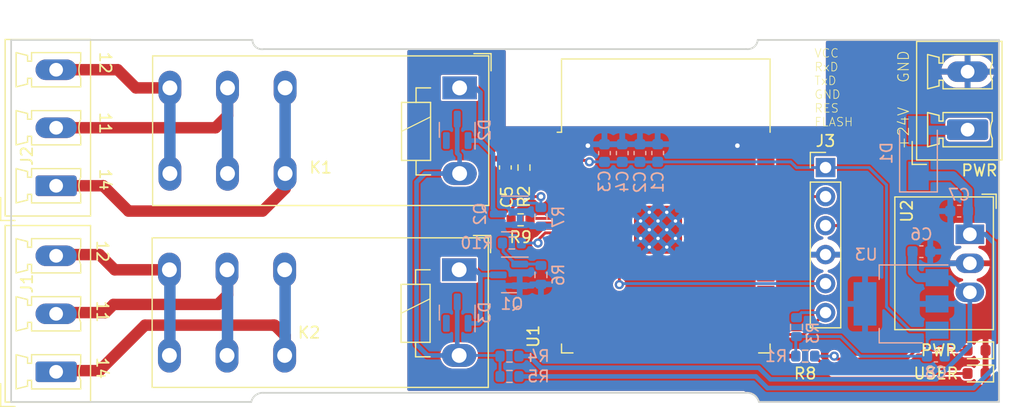
<source format=kicad_pcb>
(kicad_pcb (version 20211014) (generator pcbnew)
  (layers (0 "F.Cu" signal) (31 "B.Cu" signal) (34 "B.Paste" user) (35 "F.Paste" user) (36 "B.SilkS" user "B.Silkscreen") (37 "F.SilkS" user "F.Silkscreen") (38 "B.Mask" user) (39 "F.Mask" user) (44 "Edge.Cuts" user))
  (net 0 "")
  (net 1 "GND")
  (net 2 "/RST")
  (net 3 "/IO01")
  (net 4 "/IO03")
  (net 5 "/IO0")
  (net 6 "Net-(J1-Pad1)")
  (net 7 "Net-(J1-Pad2)")
  (net 8 "Net-(J1-Pad3)")
  (net 9 "Net-(J2-Pad1)")
  (net 10 "Net-(J2-Pad2)")
  (net 11 "Net-(J2-Pad3)")
  (net 12 "+3.3V")
  (net 40 "Net-(D1-Pad2)")
  (net 41 "Net-(D2-Pad1)")
  (net 43 "Vdrive")
  (net 44 "Net-(D3-Pad1)")
  (net 46 "Net-(Q1-Pad1)")
  (net 47 "Net-(Q2-Pad1)")
  (net 48 "+5V")
  (net 49 "+24V")
  (net 50 "Net-(D4-Pad2)")
  (net 51 "Net-(D5-Pad2)")
  (net 52 "/IO_02")
  (net 53 "/IO34_K1")
  (net 54 "/IO35_K2")
  (footprint "Resistor_SMD:R_0603_1608Metric" (layer "F.Cu") (at 174.752 116.84)
    (fp_text reference "R8" (at 0 1.524) (layer "F.SilkS"))
    (fp_text value "470R")
    (pad "1" smd roundrect (at -0.825 0) (size 0.8 0.95) (layers "F.Cu" "F.Paste" "F.Mask") (net 52 "/IO_02"))
    (pad "2" smd roundrect (at 0.825 0) (size 0.8 0.95) (layers "F.Cu" "F.Paste" "F.Mask") (net 51 "Net-(D5-Pad2)"))
  )
  (footprint "Relay_THT:Relay_SPDT_Schrack-RT1-16A-FormC_RM5mm" (layer "F.Cu") (at 144.484 109.28 180)
    (fp_text reference "K2" (at 13.124 -5.500709) (layer "F.SilkS"))
    (fp_text value "RT314A12")
    (pad "11" thru_hole oval (at 20.3 -7.5) (size 2 3) (drill 1.3) (layers *.Cu *.Mask) (net 7 "Net-(J1-Pad2)"))
    (pad "11" thru_hole oval (at 20.3 0) (size 2 3) (drill 1.3) (layers *.Cu *.Mask) (net 7 "Net-(J1-Pad2)"))
    (pad "12" thru_hole oval (at 15.26 0) (size 2 3) (drill 1.3) (layers *.Cu *.Mask) (net 6 "Net-(J1-Pad1)"))
    (pad "12" thru_hole oval (at 15.26 -7.5) (size 2 3) (drill 1.3) (layers *.Cu *.Mask) (net 6 "Net-(J1-Pad1)"))
    (pad "14" thru_hole oval (at 25.34 -7.5) (size 2 3) (drill 1.3) (layers *.Cu *.Mask) (net 8 "Net-(J1-Pad3)"))
    (pad "14" thru_hole oval (at 25.34 0) (size 2 3) (drill 1.3) (layers *.Cu *.Mask) (net 8 "Net-(J1-Pad3)"))
    (pad "A1" thru_hole rect (at 0 0) (size 3 2) (drill 1.3) (layers *.Cu *.Mask) (net 44 "Net-(D3-Pad1)"))
    (pad "A2" thru_hole oval (at 0 -7.5) (size 3 2) (drill 1.3) (layers *.Cu *.Mask) (net 43 "Vdrive"))
  )
  (footprint "Connector_PinHeader_2.54mm:PinHeader_1x06_P2.54mm_Vertical" (layer "F.Cu") (at 176.53 100.33)
    (fp_text reference "J3" (at 0 -2.33) (layer "F.SilkS"))
    (fp_text value "Conn_01x06")
    (pad "1" thru_hole rect (at 0 0) (size 1.7 1.7) (drill 1) (layers *.Cu *.Mask) (net 12 "+3.3V"))
    (pad "2" thru_hole oval (at 0 2.54) (size 1.7 1.7) (drill 1) (layers *.Cu *.Mask) (net 4 "/IO03"))
    (pad "3" thru_hole oval (at 0 5.08) (size 1.7 1.7) (drill 1) (layers *.Cu *.Mask) (net 3 "/IO01"))
    (pad "4" thru_hole oval (at 0 7.62) (size 1.7 1.7) (drill 1) (layers *.Cu *.Mask) (net 1 "GND"))
    (pad "5" thru_hole oval (at 0 10.16) (size 1.7 1.7) (drill 1) (layers *.Cu *.Mask) (net 2 "/RST"))
    (pad "6" thru_hole oval (at 0 12.7) (size 1.7 1.7) (drill 1) (layers *.Cu *.Mask) (net 5 "/IO0"))
  )
  (footprint "Connector_Phoenix_MC_HighVoltage:PhoenixContact_MCV_1,5_2-G-5.08_1x02_P5.08mm_Vertical" (layer "F.Cu") (at 188.9565 97.0105 90)
    (fp_text reference "PWR" (at -3.5735 1.0355 180) (layer "F.SilkS"))
    (fp_text value "Conn_01x02")
    (pad "1" thru_hole roundrect (at 0 0 90) (size 1.8 3.6) (drill 1.2) (layers *.Cu *.Mask) (roundrect_rratio 0.1388888889) (net 40 "Net-(D1-Pad2)"))
    (pad "2" thru_hole oval (at 5.08 0 90) (size 1.8 3.6) (drill 1.2) (layers *.Cu *.Mask) (net 1 "GND"))
  )
  (footprint "LED_SMD:LED_0603_1608Metric" (layer "F.Cu") (at 189.738 118.364 180)
    (fp_text reference "USER" (at 3.556 0) (layer "F.SilkS"))
    (fp_text value "blue")
    (pad "1" smd roundrect (at -0.7875 0 180) (size 0.875 0.95) (layers "F.Cu" "F.Paste" "F.Mask") (net 1 "GND"))
    (pad "2" smd roundrect (at 0.7875 0 180) (size 0.875 0.95) (layers "F.Cu" "F.Paste" "F.Mask") (net 51 "Net-(D5-Pad2)"))
  )
  (footprint "Capacitor_SMD:C_0603_1608Metric" (layer "F.Cu") (at 148.526576 100.319583 90)
    (fp_text reference "C5" (at -2.592425 0.136444 90) (layer "F.SilkS"))
    (fp_text value "100nF")
    (pad "1" smd roundrect (at -0.775 0 90) (size 0.9 0.95) (layers "F.Cu" "F.Paste" "F.Mask") (net 2 "/RST"))
    (pad "2" smd roundrect (at 0.775 0 90) (size 0.9 0.95) (layers "F.Cu" "F.Paste" "F.Mask") (net 1 "GND"))
  )
  (footprint "Resistor_SMD:R_0603_1608Metric" (layer "F.Cu") (at 150.156 100.33 -90)
    (fp_text reference "R2" (at 2.54 0 90) (layer "F.SilkS"))
    (fp_text value "10k")
    (pad "1" smd roundrect (at -0.825 0 270) (size 0.8 0.95) (layers "F.Cu" "F.Paste" "F.Mask") (net 12 "+3.3V"))
    (pad "2" smd roundrect (at 0.825 0 270) (size 0.8 0.95) (layers "F.Cu" "F.Paste" "F.Mask") (net 2 "/RST"))
  )
  (footprint "RF_Module:ESP32-WROOM-32" (layer "F.Cu") (at 162.56 106.68)
    (fp_text reference "U1" (at -11.584 8.43 90) (layer "F.SilkS"))
    (fp_text value "ESP32-WROOM-32D")
    (pad "1" smd rect (at -8.75 -8.25) (size 1.5 0.9) (layers "F.Cu" "F.Paste" "F.Mask") (net 1 "GND"))
    (pad "2" smd rect (at -8.75 -6.98) (size 1.5 0.9) (layers "F.Cu" "F.Paste" "F.Mask") (net 12 "+3.3V"))
    (pad "3" smd rect (at -8.75 -5.71) (size 1.5 0.9) (layers "F.Cu" "F.Paste" "F.Mask") (net 2 "/RST"))
    (pad "4" smd rect (at -8.75 -4.44) (size 1.5 0.9) (layers "F.Cu" "F.Paste" "F.Mask"))
    (pad "5" smd rect (at -8.75 -3.17) (size 1.5 0.9) (layers "F.Cu" "F.Paste" "F.Mask"))
    (pad "6" smd rect (at -8.75 -1.9) (size 1.5 0.9) (layers "F.Cu" "F.Paste" "F.Mask") (net 53 "/IO34_K1"))
    (pad "7" smd rect (at -8.75 -0.63) (size 1.5 0.9) (layers "F.Cu" "F.Paste" "F.Mask") (net 54 "/IO35_K2"))
    (pad "8" smd rect (at -8.75 0.64) (size 1.5 0.9) (layers "F.Cu" "F.Paste" "F.Mask"))
    (pad "9" smd rect (at -8.75 1.91) (size 1.5 0.9) (layers "F.Cu" "F.Paste" "F.Mask"))
    (pad "10" smd rect (at -8.75 3.18) (size 1.5 0.9) (layers "F.Cu" "F.Paste" "F.Mask"))
    (pad "11" smd rect (at -8.75 4.45) (size 1.5 0.9) (layers "F.Cu" "F.Paste" "F.Mask"))
    (pad "12" smd rect (at -8.75 5.72) (size 1.5 0.9) (layers "F.Cu" "F.Paste" "F.Mask"))
    (pad "13" smd rect (at -8.75 6.99) (size 1.5 0.9) (layers "F.Cu" "F.Paste" "F.Mask"))
    (pad "14" smd rect (at -8.75 8.26) (size 1.5 0.9) (layers "F.Cu" "F.Paste" "F.Mask"))
    (pad "15" smd rect (at -5.71 9.51 90) (size 1.5 0.9) (layers "F.Cu" "F.Paste" "F.Mask") (net 1 "GND"))
    (pad "16" smd rect (at -4.44 9.51 90) (size 1.5 0.9) (layers "F.Cu" "F.Paste" "F.Mask"))
    (pad "17" smd rect (at -3.17 9.51 90) (size 1.5 0.9) (layers "F.Cu" "F.Paste" "F.Mask"))
    (pad "18" smd rect (at -1.9 9.51 90) (size 1.5 0.9) (layers "F.Cu" "F.Paste" "F.Mask"))
    (pad "19" smd rect (at -0.63 9.51 90) (size 1.5 0.9) (layers "F.Cu" "F.Paste" "F.Mask"))
    (pad "20" smd rect (at 0.64 9.51 90) (size 1.5 0.9) (layers "F.Cu" "F.Paste" "F.Mask"))
    (pad "21" smd rect (at 1.91 9.51 90) (size 1.5 0.9) (layers "F.Cu" "F.Paste" "F.Mask"))
    (pad "22" smd rect (at 3.18 9.51 90) (size 1.5 0.9) (layers "F.Cu" "F.Paste" "F.Mask"))
    (pad "23" smd rect (at 4.45 9.51 90) (size 1.5 0.9) (layers "F.Cu" "F.Paste" "F.Mask"))
    (pad "24" smd rect (at 5.72 9.51 90) (size 1.5 0.9) (layers "F.Cu" "F.Paste" "F.Mask") (net 52 "/IO_02"))
    (pad "25" smd rect (at 8.75 8.26) (size 1.5 0.9) (layers "F.Cu" "F.Paste" "F.Mask") (net 5 "/IO0"))
    (pad "26" smd rect (at 8.75 6.99) (size 1.5 0.9) (layers "F.Cu" "F.Paste" "F.Mask"))
    (pad "27" smd rect (at 8.75 5.72) (size 1.5 0.9) (layers "F.Cu" "F.Paste" "F.Mask"))
    (pad "28" smd rect (at 8.75 4.45) (size 1.5 0.9) (layers "F.Cu" "F.Paste" "F.Mask"))
    (pad "29" smd rect (at 8.75 3.18) (size 1.5 0.9) (layers "F.Cu" "F.Paste" "F.Mask"))
    (pad "30" smd rect (at 8.75 1.91) (size 1.5 0.9) (layers "F.Cu" "F.Paste" "F.Mask"))
    (pad "31" smd rect (at 8.75 0.64) (size 1.5 0.9) (layers "F.Cu" "F.Paste" "F.Mask"))
    (pad "32" smd rect (at 8.75 -0.63) (size 1.5 0.9) (layers "F.Cu" "F.Paste" "F.Mask"))
    (pad "33" smd rect (at 8.75 -1.9) (size 1.5 0.9) (layers "F.Cu" "F.Paste" "F.Mask"))
    (pad "34" smd rect (at 8.75 -3.17) (size 1.5 0.9) (layers "F.Cu" "F.Paste" "F.Mask") (net 4 "/IO03"))
    (pad "35" smd rect (at 8.75 -4.44) (size 1.5 0.9) (layers "F.Cu" "F.Paste" "F.Mask") (net 3 "/IO01"))
    (pad "36" smd rect (at 8.75 -5.71) (size 1.5 0.9) (layers "F.Cu" "F.Paste" "F.Mask"))
    (pad "37" smd rect (at 8.75 -6.98) (size 1.5 0.9) (layers "F.Cu" "F.Paste" "F.Mask"))
    (pad "38" smd rect (at 8.75 -8.25) (size 1.5 0.9) (layers "F.Cu" "F.Paste" "F.Mask") (net 1 "GND"))
    (pad "39" thru_hole circle (at 0.0825 0.615) (size 0.475 0.475) (drill 0.3) (layers *.Cu "F.Mask") (net 1 "GND"))
    (pad "39" thru_hole circle (at -1.4425 -0.91) (size 0.475 0.475) (drill 0.3) (layers *.Cu "F.Mask") (net 1 "GND"))
    (pad "39" thru_hole circle (at -1.4425 0.615) (size 0.475 0.475) (drill 0.3) (layers *.Cu "F.Mask") (net 1 "GND"))
    (pad "39" smd rect (at 0.845 -2.435) (size 1.05 1.05) (layers "F.Cu" "F.Paste") (net 1 "GND"))
    (pad "39" thru_hole circle (at -0.68 -1.6725) (size 0.475 0.475) (drill 0.3) (layers *.Cu "F.Mask") (net 1 "GND"))
    (pad "39" thru_hole circle (at -2.205 -0.1475) (size 0.475 0.475) (drill 0.3) (layers *.Cu "F.Mask") (net 1 "GND"))
    (pad "39" thru_hole circle (at 0.0825 -2.435) (size 0.475 0.475) (drill 0.3) (layers *.Cu "F.Mask") (net 1 "GND"))
    (pad "39" smd rect (at -0.68 0.615) (size 1.05 1.05) (layers "F.Cu" "F.Paste") (net 1 "GND"))
    (pad "39" smd rect (at -0.68 -0.91) (size 4.2 4.2) (layers "F.Cu" "F.Mask") (net 1 "GND"))
    (pad "39" smd rect (at -2.205 -0.91) (size 1.05 1.05) (layers "F.Cu" "F.Paste") (net 1 "GND"))
    (pad "39" smd rect (at 0.845 0.615) (size 1.05 1.05) (layers "F.Cu" "F.Paste") (net 1 "GND"))
    (pad "39" smd rect (at 0.845 -0.91) (size 1.05 1.05) (layers "F.Cu" "F.Paste") (net 1 "GND"))
    (pad "39" thru_hole circle (at -1.4425 -2.435) (size 0.475 0.475) (drill 0.3) (layers *.Cu "F.Mask") (net 1 "GND"))
    (pad "39" smd rect (at -0.68 -2.435) (size 1.05 1.05) (layers "F.Cu" "F.Paste") (net 1 "GND"))
    (pad "39" thru_hole circle (at -2.205 -1.6725) (size 0.475 0.475) (drill 0.3) (layers *.Cu "F.Mask") (net 1 "GND"))
    (pad "39" smd rect (at -0.68 -0.91) (size 1.05 1.05) (layers "F.Cu" "F.Paste") (net 1 "GND"))
    (pad "39" smd rect (at -2.205 -2.435) (size 1.05 1.05) (layers "F.Cu" "F.Paste") (net 1 "GND"))
    (pad "39" thru_hole circle (at -0.68 -0.1475) (size 0.475 0.475) (drill 0.3) (layers *.Cu "F.Mask") (net 1 "GND"))
    (pad "39" thru_hole circle (at 0.845 -1.6725) (size 0.475 0.475) (drill 0.3) (layers *.Cu "F.Mask") (net 1 "GND"))
    (pad "39" thru_hole circle (at 0.845 -0.1475) (size 0.475 0.475) (drill 0.3) (layers *.Cu "F.Mask") (net 1 "GND"))
    (pad "39" thru_hole circle (at 0.0825 -0.91) (size 0.475 0.475) (drill 0.3) (layers *.Cu "F.Mask") (net 1 "GND"))
    (pad "39" smd rect (at -2.205 0.615) (size 1.05 1.05) (layers "F.Cu" "F.Paste") (net 1 "GND"))
    (zone (net 0) (net_name "") (layers *.Cu) (connect_pads (clearance 0)) (min_thickness 0.254)
      (keepout (tracks not_allowed) (vias not_allowed) (pads not_allowed) (copperpour not_allowed) (footprints not_allowed))
      (fill (thermal_gap 0.508) (thermal_bridge_width 0.508))
      (polygon (pts (xy 148.56 96.71) (xy 176.56 96.71) (xy 176.56 85.93) (xy 148.56 85.93)))
    )
  )
  (footprint "Converter_DCDC:Converter_DCDC_RECOM_R-78B-2.0_THT" (layer "F.Cu") (at 189.1515 106.172 -90)
    (fp_text reference "U2" (at -2.032 5.5095 90) (layer "F.SilkS"))
    (fp_text value "R-78B5.0-2.0")
    (pad "1" thru_hole rect (at 0 0 270) (size 1.7 2.5) (drill 1.2) (layers *.Cu *.Mask) (net 49 "+24V"))
    (pad "2" thru_hole oval (at 2.54 0 270) (size 1.7 2.5) (drill 1.2) (layers *.Cu *.Mask) (net 1 "GND"))
    (pad "3" thru_hole oval (at 5.08 0 270) (size 1.7 2.5) (drill 1.2) (layers *.Cu *.Mask) (net 48 "+5V"))
  )
  (footprint "Connector_Phoenix_MC_HighVoltage:PhoenixContact_MCV_1,5_3-G-5.08_1x03_P5.08mm_Vertical" (layer "F.Cu") (at 109.237569 101.922173 90)
    (fp_text reference "J2" (at 2.608173 -2.557569 90) (layer "F.SilkS"))
    (fp_text value "Conn_01x03")
    (pad "1" thru_hole roundrect (at 0 0 90) (size 1.8 3.6) (drill 1.2) (layers *.Cu *.Mask) (roundrect_rratio 0.1388888889) (net 9 "Net-(J2-Pad1)"))
    (pad "2" thru_hole oval (at 5.08 0 90) (size 1.8 3.6) (drill 1.2) (layers *.Cu *.Mask) (net 10 "Net-(J2-Pad2)"))
    (pad "3" thru_hole oval (at 10.16 0 90) (size 1.8 3.6) (drill 1.2) (layers *.Cu *.Mask) (net 11 "Net-(J2-Pad3)"))
  )
  (footprint "Resistor_SMD:R_0603_1608Metric" (layer "F.Cu") (at 149.86 104.902)
    (fp_text reference "R9" (at 0 1.524) (layer "F.SilkS"))
    (fp_text value "100")
    (pad "1" smd roundrect (at -0.825 0) (size 0.8 0.95) (layers "F.Cu" "F.Paste" "F.Mask") (net 47 "Net-(Q2-Pad1)"))
    (pad "2" smd roundrect (at 0.825 0) (size 0.8 0.95) (layers "F.Cu" "F.Paste" "F.Mask") (net 53 "/IO34_K1"))
  )
  (footprint "LED_SMD:LED_0603_1608Metric" (layer "F.Cu") (at 189.738 116.332 180)
    (fp_text reference "PWR" (at 3.302 0) (layer "F.SilkS"))
    (fp_text value "green")
    (pad "1" smd roundrect (at -0.7875 0 180) (size 0.875 0.95) (layers "F.Cu" "F.Paste" "F.Mask") (net 1 "GND"))
    (pad "2" smd roundrect (at 0.7875 0 180) (size 0.875 0.95) (layers "F.Cu" "F.Paste" "F.Mask") (net 50 "Net-(D4-Pad2)"))
  )
  (footprint "Relay_THT:Relay_SPDT_Schrack-RT1-16A-FormC_RM5mm" (layer "F.Cu") (at 144.526 93.351519 180)
    (fp_text reference "K1" (at 12.15 -6.978481) (layer "F.SilkS"))
    (fp_text value "RT314A12")
    (pad "11" thru_hole oval (at 20.3 0) (size 2 3) (drill 1.3) (layers *.Cu *.Mask) (net 10 "Net-(J2-Pad2)"))
    (pad "11" thru_hole oval (at 20.3 -7.5) (size 2 3) (drill 1.3) (layers *.Cu *.Mask) (net 10 "Net-(J2-Pad2)"))
    (pad "12" thru_hole oval (at 15.26 -7.5) (size 2 3) (drill 1.3) (layers *.Cu *.Mask) (net 9 "Net-(J2-Pad1)"))
    (pad "12" thru_hole oval (at 15.26 0) (size 2 3) (drill 1.3) (layers *.Cu *.Mask) (net 9 "Net-(J2-Pad1)"))
    (pad "14" thru_hole oval (at 25.34 0) (size 2 3) (drill 1.3) (layers *.Cu *.Mask) (net 11 "Net-(J2-Pad3)"))
    (pad "14" thru_hole oval (at 25.34 -7.5) (size 2 3) (drill 1.3) (layers *.Cu *.Mask) (net 11 "Net-(J2-Pad3)"))
    (pad "A1" thru_hole rect (at 0 0) (size 3 2) (drill 1.3) (layers *.Cu *.Mask) (net 41 "Net-(D2-Pad1)"))
    (pad "A2" thru_hole oval (at 0 -7.5) (size 3 2) (drill 1.3) (layers *.Cu *.Mask) (net 43 "Vdrive"))
  )
  (footprint "Connector_Phoenix_MC_HighVoltage:PhoenixContact_MCV_1,5_3-G-5.08_1x03_P5.08mm_Vertical" (layer "F.Cu") (at 109.237569 118.214026 90)
    (fp_text reference "J1" (at 7.724026 -2.557569 90) (layer "F.SilkS"))
    (fp_text value "Conn_01x03")
    (pad "1" thru_hole roundrect (at 0 0 90) (size 1.8 3.6) (drill 1.2) (layers *.Cu *.Mask) (roundrect_rratio 0.1388888889) (net 6 "Net-(J1-Pad1)"))
    (pad "2" thru_hole oval (at 5.08 0 90) (size 1.8 3.6) (drill 1.2) (layers *.Cu *.Mask) (net 7 "Net-(J1-Pad2)"))
    (pad "3" thru_hole oval (at 10.16 0 90) (size 1.8 3.6) (drill 1.2) (layers *.Cu *.Mask) (net 8 "Net-(J1-Pad3)"))
  )
  (footprint "Resistor_SMD:R_0603_1608Metric" (layer "B.Cu") (at 148.886 116.84 180)
    (fp_text reference "R4" (at -2.54 0) (layer "B.SilkS") (effects (justify mirror)))
    (fp_text value "0R0")
    (pad "1" smd roundrect (at -0.825 0 180) (size 0.8 0.95) (layers "B.Cu" "B.Paste" "B.Mask") (net 48 "+5V"))
    (pad "2" smd roundrect (at 0.825 0 180) (size 0.8 0.95) (layers "B.Cu" "B.Paste" "B.Mask") (net 43 "Vdrive"))
  )
  (footprint "Resistor_SMD:R_0603_1608Metric" (layer "B.Cu") (at 148.886 118.618 180)
    (fp_text reference "R5" (at -2.54 0) (layer "B.SilkS") (effects (justify mirror)))
    (fp_text value "N.P.")
    (pad "1" smd roundrect (at -0.825 0 180) (size 0.8 0.95) (layers "B.Cu" "B.Paste" "B.Mask") (net 49 "+24V"))
    (pad "2" smd roundrect (at 0.825 0 180) (size 0.8 0.95) (layers "B.Cu" "B.Paste" "B.Mask") (net 43 "Vdrive"))
  )
  (footprint "Package_TO_SOT_SMD:SOT-223-3_TabPin2" (layer "B.Cu") (at 183.134 112.268 180)
    (fp_text reference "U3" (at 3.048 4.318) (layer "B.SilkS") (effects (justify mirror)))
    (fp_text value "LT1129-3.3_SOT223")
    (pad "1" smd rect (at -3.15 2.3 180) (size 2 1.5) (layers "B.Cu" "B.Paste" "B.Mask") (net 48 "+5V"))
    (pad "2" smd rect (at -3.15 0 180) (size 2 1.5) (layers "B.Cu" "B.Paste" "B.Mask") (net 1 "GND"))
    (pad "2" smd rect (at 3.15 0 180) (size 2 3.8) (layers "B.Cu" "B.Paste" "B.Mask") (net 1 "GND"))
    (pad "3" smd rect (at -3.15 -2.3 180) (size 2 1.5) (layers "B.Cu" "B.Paste" "B.Mask") (net 12 "+3.3V"))
  )
  (footprint "Package_TO_SOT_SMD:SOT-23" (layer "B.Cu") (at 144.314 113.03 90)
    (fp_text reference "D3" (at 0 2.4 90) (layer "B.SilkS") (effects (justify mirror)))
    (fp_text value "BAS21")
    (pad "1" smd roundrect (at -0.9375 0.95 90) (size 1.475 0.6) (layers "B.Cu" "B.Paste" "B.Mask") (net 44 "Net-(D3-Pad1)"))
    (pad "2" smd roundrect (at -0.9375 -0.95 90) (size 1.475 0.6) (layers "B.Cu" "B.Paste" "B.Mask"))
    (pad "3" smd roundrect (at 0.9375 0 90) (size 1.475 0.6) (layers "B.Cu" "B.Paste" "B.Mask") (net 43 "Vdrive"))
  )
  (footprint "Package_TO_SOT_SMD:SOT-23" (layer "B.Cu") (at 148.844 109.728 180)
    (fp_text reference "Q1" (at -0.254 -2.54 180) (layer "B.SilkS") (effects (justify mirror)))
    (fp_text value "BSS123")
    (pad "1" smd roundrect (at -0.9375 0.95 180) (size 1.475 0.6) (layers "B.Cu" "B.Paste" "B.Mask") (net 46 "Net-(Q1-Pad1)"))
    (pad "2" smd roundrect (at -0.9375 -0.95 180) (size 1.475 0.6) (layers "B.Cu" "B.Paste" "B.Mask") (net 1 "GND"))
    (pad "3" smd roundrect (at 0.9375 0 180) (size 1.475 0.6) (layers "B.Cu" "B.Paste" "B.Mask") (net 44 "Net-(D3-Pad1)"))
  )
  (footprint "Resistor_SMD:R_0603_1608Metric" (layer "B.Cu") (at 151.638 104.648 -90)
    (fp_text reference "R7" (at 0 -1.524 90) (layer "B.SilkS") (effects (justify mirror)))
    (fp_text value "100k")
    (pad "1" smd roundrect (at -0.825 0 270) (size 0.8 0.95) (layers "B.Cu" "B.Paste" "B.Mask") (net 47 "Net-(Q2-Pad1)"))
    (pad "2" smd roundrect (at 0.825 0 270) (size 0.8 0.95) (layers "B.Cu" "B.Paste" "B.Mask") (net 1 "GND"))
  )
  (footprint "Resistor_SMD:R_0603_1608Metric" (layer "B.Cu") (at 149.098 106.934)
    (fp_text reference "R10" (at -3.048 0) (layer "B.SilkS") (effects (justify mirror)))
    (fp_text value "100")
    (pad "1" smd roundrect (at -0.825 0) (size 0.8 0.95) (layers "B.Cu" "B.Paste" "B.Mask") (net 46 "Net-(Q1-Pad1)"))
    (pad "2" smd roundrect (at 0.825 0) (size 0.8 0.95) (layers "B.Cu" "B.Paste" "B.Mask") (net 54 "/IO35_K2"))
  )
  (footprint "Capacitor_SMD:C_0603_1608Metric" (layer "B.Cu") (at 160.296049 99.06 90)
    (fp_text reference "C2" (at -2.54 0 90) (layer "B.SilkS") (effects (justify mirror)))
    (fp_text value "100nF")
    (pad "1" smd roundrect (at -0.775 0 90) (size 0.9 0.95) (layers "B.Cu" "B.Paste" "B.Mask") (net 12 "+3.3V"))
    (pad "2" smd roundrect (at 0.775 0 90) (size 0.9 0.95) (layers "B.Cu" "B.Paste" "B.Mask") (net 1 "GND"))
  )
  (footprint "Capacitor_SMD:C_0603_1608Metric" (layer "B.Cu") (at 161.849352 99.056527 90)
    (fp_text reference "C1" (at -2.54 0 90) (layer "B.SilkS") (effects (justify mirror)))
    (fp_text value "100nF")
    (pad "1" smd roundrect (at -0.775 0 90) (size 0.9 0.95) (layers "B.Cu" "B.Paste" "B.Mask") (net 12 "+3.3V"))
    (pad "2" smd roundrect (at 0.775 0 90) (size 0.9 0.95) (layers "B.Cu" "B.Paste" "B.Mask") (net 1 "GND"))
  )
  (footprint "Capacitor_SMD:C_0603_1608Metric" (layer "B.Cu") (at 188.214 104.14 180)
    (fp_text reference "C7" (at 0 1.43) (layer "B.SilkS") (effects (justify mirror)))
    (fp_text value "100nF/50V")
    (pad "1" smd roundrect (at -0.775 0 180) (size 0.9 0.95) (layers "B.Cu" "B.Paste" "B.Mask") (net 49 "+24V"))
    (pad "2" smd roundrect (at 0.775 0 180) (size 0.9 0.95) (layers "B.Cu" "B.Paste" "B.Mask") (net 1 "GND"))
  )
  (footprint "Diode_SMD:D_SMA" (layer "B.Cu") (at 184.658 99.06 90)
    (fp_text reference "D1" (at 0 -2.794 90) (layer "B.SilkS") (effects (justify mirror)))
    (fp_text value "ES1D")
    (pad "1" smd rect (at -2 0 90) (size 2.5 1.8) (layers "B.Cu" "B.Paste" "B.Mask") (net 49 "+24V"))
    (pad "2" smd rect (at 2 0 90) (size 2.5 1.8) (layers "B.Cu" "B.Paste" "B.Mask") (net 40 "Net-(D1-Pad2)"))
  )
  (footprint "Package_TO_SOT_SMD:SOT-23" (layer "B.Cu") (at 144.314 97.028 90)
    (fp_text reference "D2" (at 0 2.4 90) (layer "B.SilkS") (effects (justify mirror)))
    (fp_text value "BAS21")
    (pad "1" smd roundrect (at -0.9375 0.95 90) (size 1.475 0.6) (layers "B.Cu" "B.Paste" "B.Mask") (net 41 "Net-(D2-Pad1)"))
    (pad "2" smd roundrect (at -0.9375 -0.95 90) (size 1.475 0.6) (layers "B.Cu" "B.Paste" "B.Mask"))
    (pad "3" smd roundrect (at 0.9375 0 90) (size 1.475 0.6) (layers "B.Cu" "B.Paste" "B.Mask") (net 43 "Vdrive"))
  )
  (footprint "Package_TO_SOT_SMD:SOT-23" (layer "B.Cu") (at 148.844 104.394 180)
    (fp_text reference "Q2" (at 2.54 0 90) (layer "B.SilkS") (effects (justify mirror)))
    (fp_text value "BSS123")
    (pad "1" smd roundrect (at -0.9375 0.95 180) (size 1.475 0.6) (layers "B.Cu" "B.Paste" "B.Mask") (net 47 "Net-(Q2-Pad1)"))
    (pad "2" smd roundrect (at -0.9375 -0.95 180) (size 1.475 0.6) (layers "B.Cu" "B.Paste" "B.Mask") (net 1 "GND"))
    (pad "3" smd roundrect (at 0.9375 0 180) (size 1.475 0.6) (layers "B.Cu" "B.Paste" "B.Mask") (net 41 "Net-(D2-Pad1)"))
  )
  (footprint "Capacitor_SMD:C_0603_1608Metric" (layer "B.Cu") (at 158.75 99.06 90)
    (fp_text reference "C4" (at -2.492937 0.026848 270) (layer "B.SilkS") (effects (justify mirror)))
    (fp_text value "1µF")
    (pad "1" smd roundrect (at -0.775 0 90) (size 0.9 0.95) (layers "B.Cu" "B.Paste" "B.Mask") (net 12 "+3.3V"))
    (pad "2" smd roundrect (at 0.775 0 90) (size 0.9 0.95) (layers "B.Cu" "B.Paste" "B.Mask") (net 1 "GND"))
  )
  (footprint "Capacitor_SMD:C_0603_1608Metric" (layer "B.Cu") (at 157.19668 99.063473 90)
    (fp_text reference "C3" (at -2.462616 0.006961 270) (layer "B.SilkS") (effects (justify mirror)))
    (fp_text value "1µF")
    (pad "1" smd roundrect (at -0.775 0 90) (size 0.9 0.95) (layers "B.Cu" "B.Paste" "B.Mask") (net 12 "+3.3V"))
    (pad "2" smd roundrect (at 0.775 0 90) (size 0.9 0.95) (layers "B.Cu" "B.Paste" "B.Mask") (net 1 "GND"))
  )
  (footprint "Resistor_SMD:R_0603_1608Metric" (layer "B.Cu") (at 174.752 116.84)
    (fp_text reference "R1" (at -2.54 0) (layer "B.SilkS") (effects (justify mirror)))
    (fp_text value "470R")
    (pad "1" smd roundrect (at -0.825 0) (size 0.8 0.95) (layers "B.Cu" "B.Paste" "B.Mask") (net 12 "+3.3V"))
    (pad "2" smd roundrect (at 0.825 0) (size 0.8 0.95) (layers "B.Cu" "B.Paste" "B.Mask") (net 50 "Net-(D4-Pad2)"))
  )
  (footprint "Capacitor_SMD:C_0603_1608Metric" (layer "B.Cu") (at 186.182 116.84)
    (fp_text reference "C8" (at 0 1.43) (layer "B.SilkS") (effects (justify mirror)))
    (fp_text value "4,7µF/6,3V")
    (pad "1" smd roundrect (at -0.775 0) (size 0.9 0.95) (layers "B.Cu" "B.Paste" "B.Mask") (net 12 "+3.3V"))
    (pad "2" smd roundrect (at 0.775 0) (size 0.9 0.95) (layers "B.Cu" "B.Paste" "B.Mask") (net 1 "GND"))
  )
  (footprint "Resistor_SMD:R_0603_1608Metric" (layer "B.Cu") (at 151.638 109.728 -90)
    (fp_text reference "R6" (at 0 -1.524 90) (layer "B.SilkS") (effects (justify mirror)))
    (fp_text value "100k")
    (pad "1" smd roundrect (at -0.825 0 270) (size 0.8 0.95) (layers "B.Cu" "B.Paste" "B.Mask") (net 46 "Net-(Q1-Pad1)"))
    (pad "2" smd roundrect (at 0.825 0 270) (size 0.8 0.95) (layers "B.Cu" "B.Paste" "B.Mask") (net 1 "GND"))
  )
  (footprint "Capacitor_SMD:C_0603_1608Metric" (layer "B.Cu") (at 184.912 107.696)
    (fp_text reference "C6" (at 0 -1.524) (layer "B.SilkS") (effects (justify mirror)))
    (fp_text value "10µF/6,3V")
    (pad "1" smd roundrect (at -0.775 0) (size 0.9 0.95) (layers "B.Cu" "B.Paste" "B.Mask") (net 48 "+5V"))
    (pad "2" smd roundrect (at 0.775 0) (size 0.9 0.95) (layers "B.Cu" "B.Paste" "B.Mask") (net 1 "GND"))
  )
  (footprint "Resistor_SMD:R_0603_1608Metric" (layer "B.Cu") (at 173.99 114.3 90)
    (fp_text reference "R3" (at -0.508 1.43 90) (layer "B.SilkS") (effects (justify mirror)))
    (fp_text value "10k")
    (pad "1" smd roundrect (at -0.825 0 90) (size 0.8 0.95) (layers "B.Cu" "B.Paste" "B.Mask") (net 12 "+3.3V"))
    (pad "2" smd roundrect (at 0.825 0 90) (size 0.8 0.95) (layers "B.Cu" "B.Paste" "B.Mask") (net 5 "/IO0"))
  )
  (gr_line (start 105.3011 89.1536) (end 105.3011 120.8536) (layer "Edge.Cuts") (width 0.1524))
  (gr_arc (start 126.3011 120.8536) (mid 126.701944 120.24851) (end 127.4011 120.0536) (layer "Edge.Cuts") (width 0.1524))
  (gr_line (start 127.4011 120.0536) (end 169.6011 120.0536) (layer "Edge.Cuts") (width 0.1524))
  (gr_line (start 126.4011 89.1536) (end 105.3011 89.1536) (layer "Edge.Cuts") (width 0.1524))
  (gr_line (start 191.7011 120.8536) (end 191.7011 89.1536) (layer "Edge.Cuts") (width 0.1524))
  (gr_line (start 191.7011 89.1536) (end 170.6011 89.1536) (layer "Edge.Cuts") (width 0.1524))
  (gr_arc (start 169.6011 120.0536) (mid 170.296625 120.253504) (end 170.7011 120.8536) (layer "Edge.Cuts") (width 0.1524))
  (gr_line (start 105.3011 120.8536) (end 126.3011 120.8536) (layer "Edge.Cuts") (width 0.1524))
  (gr_line (start 170.6011 89.1536) (end 170.5962 89.1975) (layer "Edge.Cuts") (width 0.1524))
  (gr_arc (start 127.4011 89.9536) (mid 126.716381 89.784498) (end 126.4011 89.1536) (layer "Edge.Cuts") (width 0.1524))
  (gr_line (start 170.7011 120.8536) (end 191.7011 120.8536) (layer "Edge.Cuts") (width 0.1524))
  (gr_line (start 169.6011 89.9536) (end 127.4011 89.9536) (layer "Edge.Cuts") (width 0.1524))
  (gr_arc (start 170.596199 89.197501) (mid 170.255242 89.781641) (end 169.6011 89.9536) (layer "Edge.Cuts") (width 0.1524))
  (gr_text "GND" (at 183.896 92.964 90) (layer "F.SilkS") (effects (font (size 0.93472 0.93472) (thickness 0.08128)) (justify left bottom)))
  (gr_text "12	  11    14\n" (at 113.284 112.776 270) (layer "F.SilkS") (effects (font (size 1 1))))
  (gr_text "+24V" (at 183.896 98.806 90) (layer "F.SilkS") (effects (font (size 0.93472 0.93472) (thickness 0.08128)) (justify left bottom)))
  (gr_text "VCC\nRxD\nTxD\nGND\nRES\nFLASH" (at 175.514 96.774) (layer "F.SilkS") (effects (font (size 0.747776 0.747776) (thickness 0.065024)) (justify left bottom)))
  (gr_text "12	  11    14\n" (at 113.538 96.266 270) (layer "F.SilkS") (effects (font (size 1 1))))
  (segment (start 155.724349 98.43) (end 155.743311 98.411038) (width 0.25) (layer "F.Cu") (net 1))
  (segment (start 168.840267 98.43) (end 168.821305 98.411038) (width 0.25) (layer "F.Cu") (net 1))
  (segment (start 171.291038 98.411038) (end 171.31 98.43) (width 0.25) (layer "F.Cu") (net 1))
  (segment (start 171.31 98.43) (end 168.840267 98.43) (width 0.25) (layer "F.Cu") (net 1))
  (via (at 168.821305 98.411038) (size 0.8) (drill 0.4) (layers "F.Cu" "B.Cu") (net 1))
  (via (at 155.743311 98.411038) (size 0.8) (drill 0.4) (layers "F.Cu" "B.Cu") (net 1))
  (segment (start 151.509 105.344) (end 151.638 105.473) (width 0.25) (layer "B.Cu") (net 1))
  (segment (start 157.074115 98.411038) (end 157.19668 98.288473) (width 0.25) (layer "B.Cu") (net 1))
  (segment (start 151.638 110.553) (end 149.9065 110.553) (width 0.25) (layer "B.Cu") (net 1))
  (segment (start 149.7815 105.344) (end 151.509 105.344) (width 0.25) (layer "B.Cu") (net 1))
  (segment (start 168.691794 98.281527) (end 168.821305 98.411038) (width 0.25) (layer "B.Cu") (net 1))
  (segment (start 157.19668 98.288473) (end 155.865876 98.288473) (width 0.25) (layer "B.Cu") (net 1))
  (segment (start 149.9065 110.553) (end 149.7815 110.678) (width 0.25) (layer "B.Cu") (net 1))
  (segment (start 155.865876 98.288473) (end 155.743311 98.411038) (width 0.25) (layer "B.Cu") (net 1))
  (segment (start 157.19668 98.288473) (end 157.203626 98.281527) (width 0.25) (layer "B.Cu") (net 1))
  (segment (start 150.095583 101.094583) (end 150.156 101.155) (width 0.25) (layer "F.Cu") (net 2))
  (segment (start 158.49479 110.580123) (end 158.496 110.578913) (width 0.25) (layer "F.Cu") (net 2))
  (segment (start 150.341 100.97) (end 153.81 100.97) (width 0.25) (layer "F.Cu") (net 2))
  (segment (start 154.2948 100.97) (end 153.81 100.97) (width 0.25) (layer "F.Cu") (net 2))
  (segment (start 148.526576 101.094583) (end 150.095583 101.094583) (width 0.25) (layer "F.Cu") (net 2))
  (segment (start 158.496 105.1712) (end 154.2948 100.97) (width 0.25) (layer "F.Cu") (net 2))
  (segment (start 158.496 110.578913) (end 158.496 105.1712) (width 0.25) (layer "F.Cu") (net 2))
  (segment (start 150.156 101.155) (end 150.341 100.97) (width 0.25) (layer "F.Cu") (net 2))
  (via (at 158.49479 110.580123) (size 0.8) (drill 0.4) (layers "F.Cu" "B.Cu") (net 2))
  (segment (start 158.49479 110.580123) (end 158.584913 110.49) (width 0.25) (layer "B.Cu") (net 2))
  (segment (start 158.584913 110.49) (end 176.53 110.49) (width 0.25) (layer "B.Cu") (net 2))
  (segment (start 174.752 101.6) (end 177.8 101.6) (width 0.25) (layer "F.Cu") (net 3))
  (segment (start 178.308 102.108) (end 178.308 104.648) (width 0.25) (layer "F.Cu") (net 3))
  (segment (start 177.8 101.6) (end 178.308 102.108) (width 0.25) (layer "F.Cu") (net 3))
  (segment (start 177.546 105.41) (end 176.53 105.41) (width 0.25) (layer "F.Cu") (net 3))
  (segment (start 171.31 102.24) (end 174.112 102.24) (width 0.25) (layer "F.Cu") (net 3))
  (segment (start 178.308 104.648) (end 177.546 105.41) (width 0.25) (layer "F.Cu") (net 3))
  (segment (start 174.112 102.24) (end 174.752 101.6) (width 0.25) (layer "F.Cu") (net 3))
  (segment (start 171.31 103.51) (end 174.366 103.51) (width 0.25) (layer "F.Cu") (net 4))
  (segment (start 174.366 103.51) (end 175.006 102.87) (width 0.25) (layer "F.Cu") (net 4))
  (segment (start 175.006 102.87) (end 176.53 102.87) (width 0.25) (layer "F.Cu") (net 4))
  (segment (start 171.31 114.94) (end 174.62 114.94) (width 0.25) (layer "F.Cu") (net 5))
  (segment (start 174.62 114.94) (end 176.53 113.03) (width 0.25) (layer "F.Cu") (net 5))
  (segment (start 173.99 113.475) (end 174.435 113.03) (width 0.25) (layer "B.Cu") (net 5))
  (segment (start 174.435 113.03) (end 176.53 113.03) (width 0.25) (layer "B.Cu") (net 5))
  (segment (start 109.22 118.11) (end 113.03 118.11) (width 1) (layer "F.Cu") (net 6))
  (segment (start 117.011427 114.128573) (end 128.27 114.128573) (width 1) (layer "F.Cu") (net 6))
  (segment (start 128.166005 114.128573) (end 128.352573 114.128573) (width 1) (layer "F.Cu") (net 6))
  (segment (start 129.266 115.042) (end 129.266 116.78) (width 1) (layer "F.Cu") (net 6))
  (segment (start 113.03 118.11) (end 117.011427 114.128573) (width 1) (layer "F.Cu") (net 6))
  (segment (start 128.352573 114.128573) (end 129.266 115.042) (width 1) (layer "F.Cu") (net 6))
  (segment (start 129.266 109.28) (end 129.266 116.78) (width 1) (layer "B.Cu") (net 6))
  (segment (start 113.538 113.03) (end 114.253688 112.314312) (width 1) (layer "F.Cu") (net 7))
  (segment (start 123.388823 112.314312) (end 124.226 111.477135) (width 1) (layer "F.Cu") (net 7))
  (segment (start 124.226 111.477135) (end 124.226 109.28) (width 1) (layer "F.Cu") (net 7))
  (segment (start 109.22 113.03) (end 113.538 113.03) (width 1) (layer "F.Cu") (net 7))
  (segment (start 114.253688 112.314312) (end 123.444 112.314312) (width 1) (layer "F.Cu") (net 7))
  (segment (start 124.226 109.28) (end 124.226 116.78) (width 1) (layer "B.Cu") (net 7))
  (segment (start 114.36 109.28) (end 119.186 109.28) (width 1) (layer "F.Cu") (net 8))
  (segment (start 109.22 107.95) (end 113.03 107.95) (width 1) (layer "F.Cu") (net 8))
  (segment (start 113.03 107.95) (end 114.36 109.28) (width 1) (layer "F.Cu") (net 8))
  (segment (start 119.186 109.28) (end 119.186 116.78) (width 1) (layer "B.Cu") (net 8))
  (segment (start 129.266 102.17) (end 129.266 100.851519) (width 1) (layer "F.Cu") (net 9))
  (segment (start 127.296 104.14) (end 129.266 102.17) (width 1) (layer "F.Cu") (net 9))
  (segment (start 115.57 104.14) (end 127.254 104.14) (width 1) (layer "F.Cu") (net 9))
  (segment (start 109.237569 101.922173) (end 113.352173 101.922173) (width 1) (layer "F.Cu") (net 9))
  (segment (start 113.352173 101.922173) (end 115.57 104.14) (width 1) (layer "F.Cu") (net 9))
  (segment (start 129.266 93.351519) (end 129.266 100.851519) (width 1) (layer "B.Cu") (net 9))
  (segment (start 123.163827 96.842173) (end 124.226 95.78) (width 1) (layer "F.Cu") (net 10))
  (segment (start 124.226 95.78) (end 124.226 93.351519) (width 1) (layer "F.Cu") (net 10))
  (segment (start 109.237569 96.842173) (end 123.19 96.842173) (width 1) (layer "F.Cu") (net 10))
  (segment (start 124.226 100.851519) (end 124.226 93.351519) (width 1) (layer "B.Cu") (net 10))
  (segment (start 109.237569 91.762173) (end 114.622173 91.762173) (width 1) (layer "F.Cu") (net 11))
  (segment (start 114.622173 91.762173) (end 116.211519 93.351519) (width 1) (layer "F.Cu") (net 11))
  (segment (start 116.211519 93.351519) (end 119.186 93.351519) (width 1) (layer "F.Cu") (net 11))
  (segment (start 118.8035 93.6575) (end 119.186 94.04) (width 1.2) (layer "B.Cu") (net 11))
  (segment (start 119.186 93.351519) (end 119.186 100.851519) (width 1) (layer "B.Cu") (net 11))
  (segment (start 153.81 99.7) (end 155.746829 99.7) (width 0.25) (layer "F.Cu") (net 12))
  (segment (start 155.746829 99.7) (end 155.873718 99.826889) (width 0.25) (layer "F.Cu") (net 12))
  (segment (start 150.351 99.7) (end 153.81 99.7) (width 0.25) (layer "F.Cu") (net 12))
  (segment (start 150.156 99.505) (end 150.351 99.7) (width 0.25) (layer "F.Cu") (net 12))
  (via (at 155.873718 99.826889) (size 0.8) (drill 0.4) (layers "F.Cu" "B.Cu") (net 12))
  (segment (start 183.91 114.568) (end 186.284 114.568) (width 0.25) (layer "B.Cu") (net 12))
  (segment (start 185.407 116.84) (end 179.578 116.84) (width 0.25) (layer "B.Cu") (net 12))
  (segment (start 181.864 101.854) (end 181.864 112.522) (width 0.25) (layer "B.Cu") (net 12))
  (segment (start 181.864 112.522) (end 183.91 114.568) (width 0.25) (layer "B.Cu") (net 12))
  (segment (start 177.863 115.125) (end 173.99 115.125) (width 0.25) (layer "B.Cu") (net 12))
  (segment (start 179.578 116.84) (end 177.863 115.125) (width 0.25) (layer "B.Cu") (net 12))
  (segment (start 180.34 100.33) (end 181.864 101.854) (width 0.25) (layer "B.Cu") (net 12))
  (segment (start 186.284 114.568) (end 185.42 115.432) (width 0.25) (layer "B.Cu") (net 12))
  (segment (start 161.842406 99.838473) (end 161.849352 99.831527) (width 0.25) (layer "B.Cu") (net 12))
  (segment (start 155.873718 99.826889) (end 157.185096 99.826889) (width 0.25) (layer "B.Cu") (net 12))
  (segment (start 173.99 100.33) (end 176.53 100.33) (width 0.25) (layer "B.Cu") (net 12))
  (segment (start 157.19668 99.838473) (end 161.842406 99.838473) (width 0.25) (layer "B.Cu") (net 12))
  (segment (start 185.42 115.432) (end 185.42 116.827) (width 0.25) (layer "B.Cu") (net 12))
  (segment (start 173.927 115.188) (end 173.99 115.125) (width 0.25) (layer "B.Cu") (net 12))
  (segment (start 173.491527 99.831527) (end 173.99 100.33) (width 0.25) (layer "B.Cu") (net 12))
  (segment (start 173.927 116.84) (end 173.927 115.188) (width 0.25) (layer "B.Cu") (net 12))
  (segment (start 157.185096 99.826889) (end 157.19668 99.838473) (width 0.25) (layer "B.Cu") (net 12))
  (segment (start 161.849352 99.831527) (end 173.491527 99.831527) (width 0.25) (layer "B.Cu") (net 12))
  (segment (start 185.42 116.827) (end 185.407 116.84) (width 0.25) (layer "B.Cu") (net 12))
  (segment (start 176.53 100.33) (end 180.34 100.33) (width 0.25) (layer "B.Cu") (net 12))
  (segment (start 184.658 97.06) (end 188.907 97.06) (width 0.8) (layer "B.Cu") (net 40))
  (segment (start 188.907 97.06) (end 188.9565 97.0105) (width 0.8) (layer "B.Cu") (net 40))
  (segment (start 146.2675 97.9655) (end 147.4405 99.1385) (width 0.4) (layer "B.Cu") (net 41))
  (segment (start 144.526 93.351519) (end 145.929519 93.351519) (width 0.4) (layer "B.Cu") (net 41))
  (segment (start 146.346 93.768) (end 146.346 97.887) (width 0.4) (layer "B.Cu") (net 41))
  (segment (start 146.346 97.887) (end 146.2675 97.9655) (width 0.4) (layer "B.Cu") (net 41))
  (segment (start 145.929519 93.351519) (end 146.346 93.768) (width 0.4) (layer "B.Cu") (net 41))
  (segment (start 147.4405 99.1385) (end 147.4405 103.928) (width 0.4) (layer "B.Cu") (net 41))
  (segment (start 147.4405 103.928) (end 147.9065 104.394) (width 0.4) (layer "B.Cu") (net 41))
  (segment (start 145.264 97.9655) (end 146.2675 97.9655) (width 0.4) (layer "B.Cu") (net 41))
  (segment (start 144.526 99.272) (end 144.526 100.851519) (width 0.4) (layer "B.Cu") (net 43))
  (segment (start 148.061 118.526273) (end 148.057527 118.529746) (width 0.25) (layer "B.Cu") (net 43))
  (segment (start 140.758 115.824) (end 141.714 116.78) (width 0.4) (layer "B.Cu") (net 43))
  (segment (start 144.314 99.06) (end 144.526 99.272) (width 0.4) (layer "B.Cu") (net 43))
  (segment (start 141.714 116.78) (end 144.526 116.78) (width 0.4) (layer "B.Cu") (net 43))
  (segment (start 140.758 101.6) (end 140.758 115.824) (width 0.4) (layer "B.Cu") (net 43))
  (segment (start 144.526 116.78) (end 148.001 116.78) (width 0.25) (layer "B.Cu") (net 43))
  (segment (start 144.314 116.568) (end 144.526 116.78) (width 0.4) (layer "B.Cu") (net 43))
  (segment (start 148.061 116.84) (end 148.061 118.526273) (width 0.25) (layer "B.Cu") (net 43))
  (segment (start 144.314 96.0905) (end 144.314 99.06) (width 0.4) (layer "B.Cu") (net 43))
  (segment (start 148.001 116.78) (end 148.061 116.84) (width 0.25) (layer "B.Cu") (net 43))
  (segment (start 141.506481 100.851519) (end 140.758 101.6) (width 0.4) (layer "B.Cu") (net 43))
  (segment (start 144.526 100.851519) (end 141.506481 100.851519) (width 0.4) (layer "B.Cu") (net 43))
  (segment (start 144.314 112.0925) (end 144.314 116.568) (width 0.4) (layer "B.Cu") (net 43))
  (segment (start 146.1705 113.9675) (end 145.264 113.9675) (width 0.4) (layer "B.Cu") (net 44))
  (segment (start 145.898 109.28) (end 146.346 109.728) (width 0.4) (layer "B.Cu") (net 44))
  (segment (start 144.526 109.28) (end 145.898 109.28) (width 0.4) (layer "B.Cu") (net 44))
  (segment (start 146.346 113.792) (end 146.1705 113.9675) (width 0.4) (layer "B.Cu") (net 44))
  (segment (start 146.346 109.728) (end 146.346 113.792) (width 0.4) (layer "B.Cu") (net 44))
  (segment (start 146.346 109.728) (end 147.9065 109.728) (width 0.4) (layer "B.Cu") (net 44))
  (segment (start 148.273 106.934) (end 148.336 106.997) (width 0.25) (layer "B.Cu") (net 46))
  (segment (start 148.336 106.997) (end 148.336 107.696) (width 0.25) (layer "B.Cu") (net 46))
  (segment (start 149.418 108.778) (end 149.7815 108.778) (width 0.25) (layer "B.Cu") (net 46))
  (segment (start 149.7815 108.778) (end 151.513 108.778) (width 0.25) (layer "B.Cu") (net 46))
  (segment (start 151.513 108.778) (end 151.638 108.903) (width 0.25) (layer "B.Cu") (net 46))
  (segment (start 148.336 107.696) (end 149.418 108.778) (width 0.25) (layer "B.Cu") (net 46))
  (segment (start 149.035 104.902) (end 149.035 103.949) (width 0.25) (layer "F.Cu") (net 47))
  (segment (start 149.86 103.124) (end 150.114 102.87) (width 0.25) (layer "F.Cu") (net 47))
  (segment (start 150.114 102.87) (end 151.638 102.87) (width 0.25) (layer "F.Cu") (net 47))
  (segment (start 149.035 103.949) (end 149.86 103.124) (width 0.25) (layer "F.Cu") (net 47))
  (via (at 151.638 102.87) (size 0.8) (drill 0.4) (layers "F.Cu" "B.Cu") (net 47))
  (segment (start 151.259 103.444) (end 151.638 103.823) (width 0.25) (layer "B.Cu") (net 47))
  (segment (start 149.7815 103.444) (end 151.259 103.444) (width 0.25) (layer "B.Cu") (net 47))
  (segment (start 151.638 102.87) (end 151.638 103.823) (width 0.25) (layer "B.Cu") (net 47))
  (segment (start 186.216567 118.872) (end 171.704 118.872) (width 0.4) (layer "B.Cu") (net 48))
  (segment (start 184.137 109.461) (end 184.644 109.968) (width 0.8) (layer "B.Cu") (net 48))
  (segment (start 184.137 107.696) (end 184.137 109.461) (width 0.8) (layer "B.Cu") (net 48))
  (segment (start 170.688 117.856) (end 151.638 117.856) (width 0.4) (layer "B.Cu") (net 48))
  (segment (start 171.704 118.872) (end 170.688 117.856) (width 0.4) (layer "B.Cu") (net 48))
  (segment (start 189.2595 111.4765) (end 189.484 111.252) (width 1) (layer "B.Cu") (net 48))
  (segment (start 189.1515 115.937067) (end 186.216567 118.872) (width 0.4) (layer "B.Cu") (net 48))
  (segment (start 184.644 109.968) (end 186.284 109.968) (width 0.8) (layer "B.Cu") (net 48))
  (segment (start 151.638 117.856) (end 150.622 116.84) (width 0.4) (layer "B.Cu") (net 48))
  (segment (start 189.1515 111.252) (end 188.722 111.252) (width 0.4) (layer "B.Cu") (net 48))
  (segment (start 150.622 116.84) (end 149.711 116.84) (width 0.4) (layer "B.Cu") (net 48))
  (segment (start 187.438 109.968) (end 186.284 109.968) (width 0.4) (layer "B.Cu") (net 48))
  (segment (start 188.722 111.252) (end 187.438 109.968) (width 0.4) (layer "B.Cu") (net 48))
  (segment (start 189.1515 111.252) (end 189.1515 115.937067) (width 0.4) (layer "B.Cu") (net 48))
  (segment (start 187.674 101.06) (end 188.989 102.375) (width 0.8) (layer "B.Cu") (net 49))
  (segment (start 189.1745 105.8625) (end 189.484 106.172) (width 1) (layer "B.Cu") (net 49))
  (segment (start 188.989 104.14) (end 188.989 106.0095) (width 0.8) (layer "B.Cu") (net 49))
  (segment (start 171.45 119.634) (end 170.434 118.618) (width 0.4) (layer "B.Cu") (net 49))
  (segment (start 170.434 118.618) (end 149.711 118.618) (width 0.4) (layer "B.Cu") (net 49))
  (segment (start 191.262 117.856) (end 189.484 119.634) (width 0.4) (layer "B.Cu") (net 49))
  (segment (start 184.658 101.06) (end 187.674 101.06) (width 0.8) (layer "B.Cu") (net 49))
  (segment (start 189.484 119.634) (end 171.45 119.634) (width 0.4) (layer "B.Cu") (net 49))
  (segment (start 188.989 106.0095) (end 189.1515 106.172) (width 0.8) (layer "B.Cu") (net 49))
  (segment (start 188.989 102.375) (end 188.989 104.14) (width 0.8) (layer "B.Cu") (net 49))
  (segment (start 190.5 106.172) (end 191.262 106.934) (width 0.4) (layer "B.Cu") (net 49))
  (segment (start 189.1515 106.172) (end 190.5 106.172) (width 0.4) (layer "B.Cu") (net 49))
  (segment (start 191.262 106.934) (end 191.262 117.856) (width 0.4) (layer "B.Cu") (net 49))
  (segment (start 177.546 117.094) (end 177.292 116.84) (width 0.25) (layer "F.Cu") (net 50))
  (segment (start 188.9505 116.332) (end 184.404 116.332) (width 0.25) (layer "F.Cu") (net 50))
  (segment (start 183.642 117.094) (end 177.546 117.094) (width 0.25) (layer "F.Cu") (net 50))
  (segment (start 184.404 116.332) (end 183.642 117.094) (width 0.25) (layer "F.Cu") (net 50))
  (via (at 177.292 116.84) (size 0.8) (drill 0.4) (layers "F.Cu" "B.Cu") (net 50))
  (segment (start 175.577 116.84) (end 177.292 116.84) (width 0.25) (layer "B.Cu") (net 50))
  (segment (start 175.577 116.84) (end 177.101 118.364) (width 0.25) (layer "F.Cu") (net 51))
  (segment (start 177.101 118.364) (end 188.9505 118.364) (width 0.25) (layer "F.Cu") (net 51))
  (segment (start 168.28 116.19) (end 169.53 116.19) (width 0.4) (layer "F.Cu") (net 52))
  (segment (start 170.18 116.84) (end 173.927 116.84) (width 0.4) (layer "F.Cu") (net 52))
  (segment (start 169.53 116.19) (end 170.18 116.84) (width 0.4) (layer "F.Cu") (net 52))
  (segment (start 150.807 104.78) (end 150.685 104.902) (width 0.25) (layer "F.Cu") (net 53))
  (segment (start 153.81 104.78) (end 150.807 104.78) (width 0.25) (layer "F.Cu") (net 53))
  (segment (start 151.638 106.426) (end 151.384 106.68) (width 0.25) (layer "F.Cu") (net 54))
  (segment (start 152.014 106.05) (end 151.638 106.426) (width 0.25) (layer "F.Cu") (net 54))
  (segment (start 151.384 106.68) (end 151.384 106.934) (width 0.25) (layer "F.Cu") (net 54))
  (segment (start 153.81 106.05) (end 152.014 106.05) (width 0.25) (layer "F.Cu") (net 54))
  (via (at 151.384 106.934) (size 0.8) (drill 0.4) (layers "F.Cu" "B.Cu") (net 54))
  (segment (start 151.384 106.934) (end 149.923 106.934) (width 0.25) (layer "B.Cu") (net 54))
  (zone (net 1) (net_name "GND") (layers F&B.Cu) (connect_pads (clearance 0)) (min_thickness 0.254) (fill yes (thermal_gap 0.508) (thermal_bridge_width 0.508))
    (polygon (pts (xy 192.278 121.158) (xy 170.688 121.158) (xy 169.418 119.888) (xy 139.954 119.888) (xy 139.954 89.916) (xy 169.164 89.916) (xy 170.434 88.9) (xy 192.278 88.9)))
  )
)
</source>
